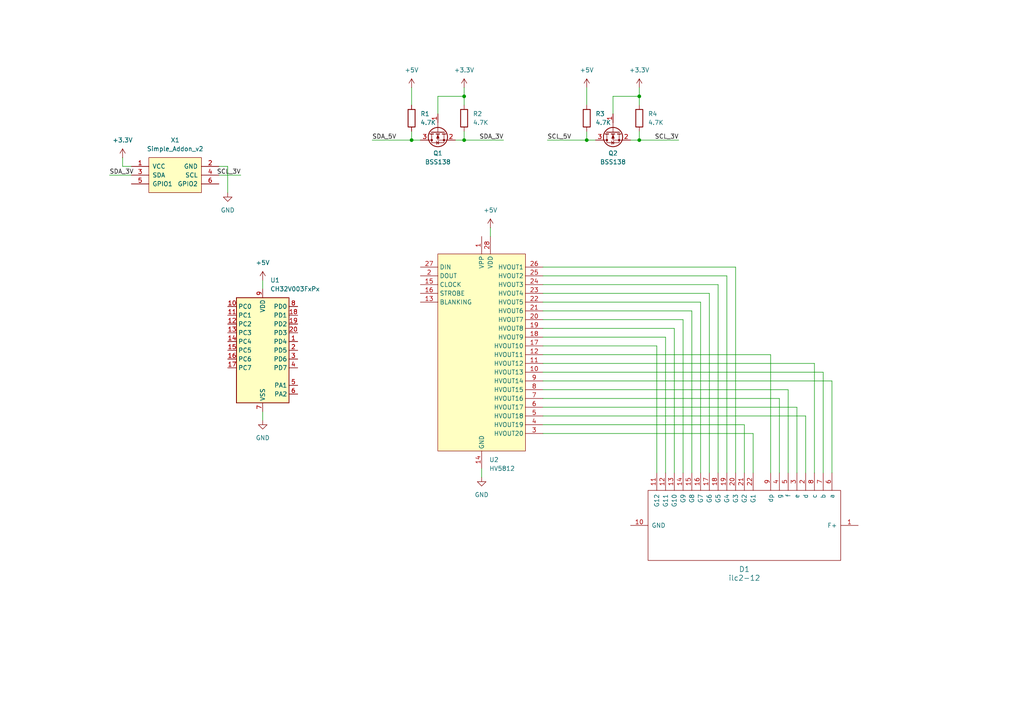
<source format=kicad_sch>
(kicad_sch (version 20231120) (generator "eeschema") (generator_version "8.0")
  (paper "A4")
  (lib_symbols
    (symbol "Device:R" (pin_numbers hide) (pin_names (offset 0))
      (property "Reference" "R" (at 2.032 0 90))
      (property "Value" "R" (at 0 0 90))
      (symbol "R_0_1"
        (rectangle (start -1.016 -2.54) (end 1.016 2.54) (stroke (width 0.254)))
      )
      (symbol "R_1_1"
        (pin passive line (at 0 3.81 270) (length 1.27) (name "~") (number "1"))
        (pin passive line (at 0 -3.81 90) (length 1.27) (name "~") (number "2"))
      )
    )
    (symbol "MCU_WCH_CH32V0:CH32V003FxPx"
      (property "Reference" "U" (at -7.62 17.78 0))
      (property "Value" "CH32V003FxPx" (at 7.62 17.78 0))
      (symbol "CH32V003FxPx_1_1"
        (rectangle (start -7.62 15.24) (end 7.62 -15.24) (stroke (width 0.254)) (fill (type background)))
        (pin bidirectional line (at 10.16 2.54 180) (length 2.54) (name "PD4") (number "1"))
        (pin bidirectional line (at -10.16 12.7 0) (length 2.54) (name "PC0") (number "10"))
        (pin bidirectional line (at -10.16 10.16 0) (length 2.54) (name "PC1") (number "11"))
        (pin bidirectional line (at -10.16 7.62 0) (length 2.54) (name "PC2") (number "12"))
        (pin bidirectional line (at -10.16 5.08 0) (length 2.54) (name "PC3") (number "13"))
        (pin bidirectional line (at -10.16 2.54 0) (length 2.54) (name "PC4") (number "14"))
        (pin bidirectional line (at -10.16 0 0) (length 2.54) (name "PC5") (number "15"))
        (pin bidirectional line (at -10.16 -2.54 0) (length 2.54) (name "PC6") (number "16"))
        (pin bidirectional line (at -10.16 -5.08 0) (length 2.54) (name "PC7") (number "17"))
        (pin bidirectional line (at 10.16 10.16 180) (length 2.54) (name "PD1") (number "18"))
        (pin bidirectional line (at 10.16 7.62 180) (length 2.54) (name "PD2") (number "19"))
        (pin bidirectional line (at 10.16 0 180) (length 2.54) (name "PD5") (number "2"))
        (pin bidirectional line (at 10.16 5.08 180) (length 2.54) (name "PD3") (number "20"))
        (pin bidirectional line (at 10.16 -2.54 180) (length 2.54) (name "PD6") (number "3"))
        (pin bidirectional line (at 10.16 -5.08 180) (length 2.54) (name "PD7") (number "4"))
        (pin bidirectional line (at 10.16 -10.16 180) (length 2.54) (name "PA1") (number "5"))
        (pin bidirectional line (at 10.16 -12.7 180) (length 2.54) (name "PA2") (number "6"))
        (pin power_in line (at 0 -17.78 90) (length 2.54) (name "VSS") (number "7"))
        (pin bidirectional line (at 10.16 12.7 180) (length 2.54) (name "PD0") (number "8"))
        (pin power_in line (at 0 17.78 270) (length 2.54) (name "VDD") (number "9"))
      )
    )
    (symbol "Simple_Addon_v2:Simple_Addon_v2" (pin_names (offset 1.016))
      (property "Reference" "X" (at 0 0 0))
      (property "Value" "Simple_Addon_v2" (at 0.254 0 0))
      (symbol "Simple_Addon_v2_1_1"
        (rectangle (start -7.62 5.08) (end 7.62 -5.08) (fill (type background)))
        (pin input line (at -12.7 2.54 0) (length 5.08) (name "VCC") (number "1"))
        (pin input line (at 12.7 2.54 180) (length 5.08) (name "GND") (number "2"))
        (pin input line (at -12.7 0 0) (length 5.08) (name "SDA") (number "3"))
        (pin input line (at 12.7 0 180) (length 5.08) (name "SCL") (number "4"))
        (pin input line (at -12.7 -2.54 0) (length 5.08) (name "GPIO1") (number "5"))
        (pin input line (at 12.7 -2.54 180) (length 5.08) (name "GPIO2") (number "6"))
      )
    )
    (symbol "Transistor_FET:BSS138" (pin_names hide)
      (property "Reference" "Q" (at 5.08 1.905 0))
      (property "Value" "BSS138" (at 5.08 0 0))
      (symbol "BSS138_0_1"
        (polyline (pts (xy 0.254 0) (xy -2.54 0)))
        (polyline (pts (xy 0.254 1.905) (xy 0.254 -1.905)) (stroke (width 0.254)))
        (polyline (pts (xy 0.762 -1.27) (xy 0.762 -2.286)) (stroke (width 0.254)))
        (polyline (pts (xy 0.762 0.508) (xy 0.762 -0.508)) (stroke (width 0.254)))
        (polyline (pts (xy 0.762 2.286) (xy 0.762 1.27)) (stroke (width 0.254)))
        (polyline (pts (xy 2.54 2.54) (xy 2.54 1.778)))
        (polyline (pts (xy 2.54 -2.54) (xy 2.54 0) (xy 0.762 0)))
        (polyline (pts (xy 0.762 -1.778) (xy 3.302 -1.778) (xy 3.302 1.778) (xy 0.762 1.778)))
        (polyline (pts (xy 1.016 0) (xy 2.032 0.381) (xy 2.032 -0.381) (xy 1.016 0)) (fill (type outline)))
        (polyline (pts (xy 2.794 0.508) (xy 2.921 0.381) (xy 3.683 0.381) (xy 3.81 0.254)))
        (polyline (pts (xy 3.302 0.381) (xy 2.921 -0.254) (xy 3.683 -0.254) (xy 3.302 0.381)))
        (circle (center 1.651 0) (radius 2.794) (stroke (width 0.254)))
        (circle (center 2.54 -1.778) (radius 0.254) (fill (type outline)))
        (circle (center 2.54 1.778) (radius 0.254) (fill (type outline)))
      )
      (symbol "BSS138_1_1"
        (pin input line (at -5.08 0 0) (length 2.54) (name "G") (number "1"))
        (pin passive line (at 2.54 -5.08 90) (length 2.54) (name "S") (number "2"))
        (pin passive line (at 2.54 5.08 270) (length 2.54) (name "D") (number "3"))
      )
    )
    (symbol "hv5812:HV5812"
      (property "Reference" "U" (at 0 0 0))
      (property "Value" "HV5812" (at 0 0 0))
      (symbol "HV5812_1_1"
        (rectangle (start -12.7 27.94) (end 12.7 -29.21) (fill (type background)))
        (pin power_in line (at 0 33.02 270) (length 5.08) (name "VPP") (number "1"))
        (pin output line (at 17.78 -6.35 180) (length 5.08) (name "HVOUT13") (number "10"))
        (pin output line (at 17.78 -3.81 180) (length 5.08) (name "HVOUT12") (number "11"))
        (pin output line (at 17.78 -1.27 180) (length 5.08) (name "HVOUT11") (number "12"))
        (pin input line (at -17.78 13.97 0) (length 5.08) (name "BLANKING") (number "13"))
        (pin power_in line (at 0 -34.29 90) (length 5.08) (name "GND") (number "14"))
        (pin input line (at -17.78 19.05 0) (length 5.08) (name "CLOCK") (number "15"))
        (pin input line (at -17.78 16.51 0) (length 5.08) (name "STROBE") (number "16"))
        (pin output line (at 17.78 1.27 180) (length 5.08) (name "HVOUT10") (number "17"))
        (pin output line (at 17.78 3.81 180) (length 5.08) (name "HVOUT9") (number "18"))
        (pin output line (at 17.78 6.35 180) (length 5.08) (name "HVOUT8") (number "19"))
        (pin output line (at -17.78 21.59 0) (length 5.08) (name "DOUT") (number "2"))
        (pin output line (at 17.78 8.89 180) (length 5.08) (name "HVOUT7") (number "20"))
        (pin output line (at 17.78 11.43 180) (length 5.08) (name "HVOUT6") (number "21"))
        (pin output line (at 17.78 13.97 180) (length 5.08) (name "HVOUT5") (number "22"))
        (pin output line (at 17.78 16.51 180) (length 5.08) (name "HVOUT4") (number "23"))
        (pin output line (at 17.78 19.05 180) (length 5.08) (name "HVOUT3") (number "24"))
        (pin output line (at 17.78 21.59 180) (length 5.08) (name "HVOUT2") (number "25"))
        (pin output line (at 17.78 24.13 180) (length 5.08) (name "HVOUT1") (number "26"))
        (pin input line (at -17.78 24.13 0) (length 5.08) (name "DIN") (number "27"))
        (pin power_in line (at 2.54 33.02 270) (length 5.08) (name "VDD") (number "28"))
        (pin output line (at 17.78 -24.13 180) (length 5.08) (name "HVOUT20") (number "3"))
        (pin output line (at 17.78 -21.59 180) (length 5.08) (name "HVOUT19") (number "4"))
        (pin output line (at 17.78 -19.05 180) (length 5.08) (name "HVOUT18") (number "5"))
        (pin output line (at 17.78 -16.51 180) (length 5.08) (name "HVOUT17") (number "6"))
        (pin output line (at 17.78 -13.97 180) (length 5.08) (name "HVOUT16") (number "7"))
        (pin output line (at 17.78 -11.43 180) (length 5.08) (name "HVOUT15") (number "8"))
        (pin output line (at 17.78 -8.89 180) (length 5.08) (name "HVOUT14") (number "9"))
      )
    )
    (symbol "ilc2-12:ilc2-12" (pin_names (offset 1.016))
      (property "Reference" "D" (at 0 2.54 0))
      (property "Value" "ilc2-12" (at 0 -2.54 0))
      (symbol "ilc2-12_0_1"
        (rectangle (start -10.16 27.94) (end 10.16 -27.94))
      )
      (symbol "ilc2-12_1_1"
        (pin power_in line (at 0 33.02 270) (length 5.08) (name "F+") (number "1"))
        (pin power_in line (at 0 -33.02 90) (length 5.08) (name "GND") (number "10"))
        (pin power_in line (at -15.24 -25.4 0) (length 5.08) (name "G12") (number "11"))
        (pin power_in line (at -15.24 -22.86 0) (length 5.08) (name "G11") (number "12"))
        (pin power_in line (at -15.24 -20.32 0) (length 5.08) (name "G10") (number "13"))
        (pin power_in line (at -15.24 -17.78 0) (length 5.08) (name "G9") (number "14"))
        (pin power_in line (at -15.24 -15.24 0) (length 5.08) (name "G8") (number "15"))
        (pin power_in line (at -15.24 -12.7 0) (length 5.08) (name "G7") (number "16"))
        (pin power_in line (at -15.24 -10.16 0) (length 5.08) (name "G6") (number "17"))
        (pin power_in line (at -15.24 -7.62 0) (length 5.08) (name "G5") (number "18"))
        (pin power_in line (at -15.24 -5.08 0) (length 5.08) (name "G4") (number "19"))
        (pin input line (at -15.24 17.78 0) (length 5.08) (name "d") (number "2"))
        (pin power_in line (at -15.24 -2.54 0) (length 5.08) (name "G3") (number "20"))
        (pin power_in line (at -15.24 0 0) (length 5.08) (name "G2") (number "21"))
        (pin power_in line (at -15.24 2.54 0) (length 5.08) (name "G1") (number "22"))
        (pin input line (at -15.24 15.24 0) (length 5.08) (name "e") (number "3"))
        (pin input line (at -15.24 10.16 0) (length 5.08) (name "g") (number "4"))
        (pin input line (at -15.24 12.7 0) (length 5.08) (name "f") (number "5"))
        (pin input line (at -15.24 25.4 0) (length 5.08) (name "a") (number "6"))
        (pin input line (at -15.24 22.86 0) (length 5.08) (name "b") (number "7"))
        (pin input line (at -15.24 20.32 0) (length 5.08) (name "c") (number "8"))
        (pin input line (at -15.24 7.62 0) (length 5.08) (name "dp") (number "9"))
      )
    )
    (symbol "power:+3.3V" (power) (pin_numbers hide) (pin_names (offset 0) hide)
      (property "Value" "+3.3V" (at 0 3.556 0))
      (symbol "+3.3V_0_1"
        (polyline (pts (xy -0.762 1.27) (xy 0 2.54)))
        (polyline (pts (xy 0 0) (xy 0 2.54)))
        (polyline (pts (xy 0 2.54) (xy 0.762 1.27)))
      )
      (symbol "+3.3V_1_1"
        (pin power_in line (at 0 0 90) (length 0) (name "~") (number "1"))
      )
    )
    (symbol "power:+5V" (power) (pin_numbers hide) (pin_names (offset 0) hide)
      (property "Value" "+5V" (at 0 3.556 0))
      (symbol "+5V_0_1"
        (polyline (pts (xy -0.762 1.27) (xy 0 2.54)))
        (polyline (pts (xy 0 0) (xy 0 2.54)))
        (polyline (pts (xy 0 2.54) (xy 0.762 1.27)))
      )
      (symbol "+5V_1_1"
        (pin power_in line (at 0 0 90) (length 0) (name "~") (number "1"))
      )
    )
    (symbol "power:GND" (power) (pin_numbers hide) (pin_names (offset 0) hide)
      (property "Value" "GND" (at 0 -3.81 0))
      (symbol "GND_0_1"
        (polyline (pts (xy 0 0) (xy 0 -1.27) (xy 1.27 -1.27) (xy 0 -2.54) (xy -1.27 -1.27) (xy 0 -1.27)))
      )
      (symbol "GND_1_1"
        (pin power_in line (at 0 0 270) (length 0) (name "~") (number "1"))
      )
    )
  )
  (junction (at 185.42 27.94))
  (junction (at 185.42 40.64))
  (junction (at 119.38 40.64))
  (junction (at 170.18 40.64))
  (junction (at 134.62 40.64))
  (junction (at 134.62 27.94))
  (wire (pts (xy 134.62 38.1) (xy 134.62 40.64)))
  (wire (pts (xy 205.74 85.09) (xy 205.74 137.16)))
  (wire (pts (xy 185.42 27.94) (xy 185.42 30.48)))
  (wire (pts (xy 127 27.94) (xy 134.62 27.94)))
  (wire (pts (xy 218.44 125.73) (xy 218.44 137.16)))
  (wire (pts (xy 157.48 113.03) (xy 228.6 113.03)))
  (wire (pts (xy 233.68 120.65) (xy 233.68 137.16)))
  (wire (pts (xy 127 33.02) (xy 127 27.94)))
  (wire (pts (xy 66.04 55.88) (xy 66.04 48.26)))
  (wire (pts (xy 228.6 113.03) (xy 228.6 137.16)))
  (wire (pts (xy 157.48 105.41) (xy 236.22 105.41)))
  (wire (pts (xy 157.48 87.63) (xy 203.2 87.63)))
  (wire (pts (xy 213.36 77.47) (xy 213.36 137.16)))
  (wire (pts (xy 241.3 110.49) (xy 157.48 110.49)))
  (wire (pts (xy 119.38 25.4) (xy 119.38 30.48)))
  (wire (pts (xy 157.48 102.87) (xy 223.52 102.87)))
  (wire (pts (xy 107.95 40.64) (xy 119.38 40.64)))
  (wire (pts (xy 142.24 66.04) (xy 142.24 68.58)))
  (wire (pts (xy 236.22 105.41) (xy 236.22 137.16)))
  (wire (pts (xy 119.38 40.64) (xy 121.92 40.64)))
  (wire (pts (xy 157.48 80.01) (xy 210.82 80.01)))
  (wire (pts (xy 170.18 40.64) (xy 172.72 40.64)))
  (wire (pts (xy 63.5 50.8) (xy 69.85 50.8)))
  (wire (pts (xy 210.82 80.01) (xy 210.82 137.16)))
  (wire (pts (xy 185.42 40.64) (xy 196.85 40.64)))
  (wire (pts (xy 157.48 97.79) (xy 193.04 97.79)))
  (wire (pts (xy 170.18 38.1) (xy 170.18 40.64)))
  (wire (pts (xy 76.2 81.28) (xy 76.2 83.82)))
  (wire (pts (xy 157.48 100.33) (xy 190.5 100.33)))
  (wire (pts (xy 157.48 123.19) (xy 215.9 123.19)))
  (wire (pts (xy 157.48 92.71) (xy 198.12 92.71)))
  (wire (pts (xy 157.48 77.47) (xy 213.36 77.47)))
  (wire (pts (xy 203.2 87.63) (xy 203.2 137.16)))
  (wire (pts (xy 157.48 85.09) (xy 205.74 85.09)))
  (wire (pts (xy 198.12 92.71) (xy 198.12 137.16)))
  (wire (pts (xy 185.42 25.4) (xy 185.42 27.94)))
  (wire (pts (xy 193.04 97.79) (xy 193.04 137.16)))
  (wire (pts (xy 223.52 102.87) (xy 223.52 137.16)))
  (wire (pts (xy 157.48 125.73) (xy 218.44 125.73)))
  (wire (pts (xy 238.76 107.95) (xy 238.76 137.16)))
  (wire (pts (xy 195.58 95.25) (xy 195.58 137.16)))
  (wire (pts (xy 231.14 118.11) (xy 231.14 137.16)))
  (wire (pts (xy 157.48 118.11) (xy 231.14 118.11)))
  (wire (pts (xy 31.75 50.8) (xy 38.1 50.8)))
  (wire (pts (xy 157.48 120.65) (xy 233.68 120.65)))
  (wire (pts (xy 208.28 82.55) (xy 208.28 137.16)))
  (wire (pts (xy 35.56 45.72) (xy 35.56 48.26)))
  (wire (pts (xy 157.48 82.55) (xy 208.28 82.55)))
  (wire (pts (xy 182.88 40.64) (xy 185.42 40.64)))
  (wire (pts (xy 157.48 90.17) (xy 200.66 90.17)))
  (wire (pts (xy 139.7 135.89) (xy 139.7 138.43)))
  (wire (pts (xy 226.06 137.16) (xy 226.06 115.57)))
  (wire (pts (xy 200.66 90.17) (xy 200.66 137.16)))
  (wire (pts (xy 185.42 38.1) (xy 185.42 40.64)))
  (wire (pts (xy 215.9 123.19) (xy 215.9 137.16)))
  (wire (pts (xy 134.62 27.94) (xy 134.62 30.48)))
  (wire (pts (xy 157.48 95.25) (xy 195.58 95.25)))
  (wire (pts (xy 119.38 38.1) (xy 119.38 40.64)))
  (wire (pts (xy 134.62 25.4) (xy 134.62 27.94)))
  (wire (pts (xy 177.8 33.02) (xy 177.8 27.94)))
  (wire (pts (xy 66.04 48.26) (xy 63.5 48.26)))
  (wire (pts (xy 157.48 107.95) (xy 238.76 107.95)))
  (wire (pts (xy 134.62 40.64) (xy 146.05 40.64)))
  (wire (pts (xy 190.5 100.33) (xy 190.5 137.16)))
  (wire (pts (xy 241.3 137.16) (xy 241.3 110.49)))
  (wire (pts (xy 132.08 40.64) (xy 134.62 40.64)))
  (wire (pts (xy 226.06 115.57) (xy 157.48 115.57)))
  (wire (pts (xy 177.8 27.94) (xy 185.42 27.94)))
  (wire (pts (xy 158.75 40.64) (xy 170.18 40.64)))
  (wire (pts (xy 170.18 25.4) (xy 170.18 30.48)))
  (wire (pts (xy 76.2 119.38) (xy 76.2 121.92)))
  (wire (pts (xy 35.56 48.26) (xy 38.1 48.26)))
  (label "SDA_3V" (at 146.05 40.64 180))
  (label "SDA_5V" (at 107.95 40.64 0))
  (label "SCL_3V" (at 69.85 50.8 180))
  (label "SCL_3V" (at 196.85 40.64 180))
  (label "SDA_3V" (at 31.75 50.8 0))
  (label "SCL_5V" (at 158.75 40.64 0))
  (symbol (lib_id "Transistor_FET:BSS138") (at 177.8 38.1 90) (mirror x) (unit 1)
    (property "Reference" "Q2" (at 177.8 44.45 90))
    (property "Value" "BSS138" (at 177.8 46.99 90))
    (property "Footprint" "Package_TO_SOT_SMD:SOT-23" (effects (hide yes)))
    (property "Datasheet" "https://www.onsemi.com/pub/Collateral/BSS138-D.PDF" (effects (hide yes)))
    (property "Description" "50V Vds, 0.22A Id, N-Channel MOSFET, SOT-23" (effects (hide yes)))
  )
  (symbol (lib_id "power:GND") (at 76.2 121.92 0) (unit 1)
    (property "Reference" "#PWR09" (effects (hide yes)))
    (property "Value" "GND" (at 76.2 127 0))
    (property "Description" "Power symbol creates a global label with name \"GND\" , ground" (effects (hide yes)))
  )
  (symbol (lib_id "Device:R") (at 119.38 34.29 0) (unit 1)
    (property "Reference" "R1" (at 121.92 33.0199 0) (effects (justify left)))
    (property "Value" "4.7K" (at 121.92 35.5599 0) (effects (justify left)))
    (property "Description" "Resistor" (effects (hide yes)))
  )
  (symbol (lib_id "power:GND") (at 66.04 55.88 0) (unit 1)
    (property "Reference" "#PWR08" (effects (hide yes)))
    (property "Value" "GND" (at 66.04 60.96 0))
    (property "Description" "Power symbol creates a global label with name \"GND\" , ground" (effects (hide yes)))
  )
  (symbol (lib_id "power:+5V") (at 76.2 81.28 0) (unit 1)
    (property "Reference" "#PWR01" (effects (hide yes)))
    (property "Value" "+5V" (at 76.2 76.2 0))
    (property "Description" "Power symbol creates a global label with name \"+5V\"" (effects (hide yes)))
  )
  (symbol (lib_id "ilc2-12:ilc2-12") (at 215.9 152.4 270) (unit 1)
    (property "Reference" "D1" (at 215.9 165.1 90) (effects (font (size 1.524 1.524))))
    (property "Value" "ilc2-12" (at 215.9 167.64 90) (effects (font (size 1.524 1.524))))
    (property "Footprint" "ilc2-12:ilc2-12" (effects (hide yes)))
  )
  (symbol (lib_id "Device:R") (at 134.62 34.29 0) (unit 1)
    (property "Reference" "R2" (at 137.16 33.0199 0) (effects (justify left)))
    (property "Value" "4.7K" (at 137.16 35.5599 0) (effects (justify left)))
    (property "Description" "Resistor" (effects (hide yes)))
  )
  (symbol (lib_id "hv5812:HV5812") (at 139.7 101.6 0) (unit 1)
    (property "Reference" "U2" (at 141.8941 133.35 0) (effects (justify left)))
    (property "Value" "HV5812" (at 141.8941 135.89 0) (effects (justify left)))
    (property "Footprint" "Package_SO:SOIC-28W_7.5x17.9mm_P1.27mm" (effects (hide yes)))
  )
  (symbol (lib_id "Device:R") (at 185.42 34.29 0) (unit 1)
    (property "Reference" "R4" (at 187.96 33.0199 0) (effects (justify left)))
    (property "Value" "4.7K" (at 187.96 35.5599 0) (effects (justify left)))
    (property "Description" "Resistor" (effects (hide yes)))
  )
  (symbol (lib_id "power:GND") (at 139.7 138.43 0) (unit 1)
    (property "Reference" "#PWR010" (effects (hide yes)))
    (property "Value" "GND" (at 139.7 143.51 0))
    (property "Description" "Power symbol creates a global label with name \"GND\" , ground" (effects (hide yes)))
  )
  (symbol (lib_id "power:+3.3V") (at 134.62 25.4 0) (unit 1)
    (property "Reference" "#PWR04" (effects (hide yes)))
    (property "Value" "+3.3V" (at 134.62 20.32 0))
    (property "Description" "Power symbol creates a global label with name \"+3.3V\"" (effects (hide yes)))
  )
  (symbol (lib_id "power:+5V") (at 142.24 66.04 0) (unit 1)
    (property "Reference" "#PWR02" (effects (hide yes)))
    (property "Value" "+5V" (at 142.24 60.96 0))
    (property "Description" "Power symbol creates a global label with name \"+5V\"" (effects (hide yes)))
  )
  (symbol (lib_id "power:+3.3V") (at 35.56 45.72 0) (unit 1)
    (property "Reference" "#PWR07" (effects (hide yes)))
    (property "Value" "+3.3V" (at 35.56 40.64 0))
    (property "Description" "Power symbol creates a global label with name \"+3.3V\"" (effects (hide yes)))
  )
  (symbol (lib_id "MCU_WCH_CH32V0:CH32V003FxPx") (at 76.2 101.6 0) (unit 1)
    (property "Reference" "U1" (at 78.3941 81.28 0) (effects (justify left)))
    (property "Value" "CH32V003FxPx" (at 78.3941 83.82 0) (effects (justify left)))
    (property "Footprint" "Package_SO:TSSOP-20_4.4x6.5mm_P0.65mm" (effects (hide yes)))
    (property "Datasheet" "https://www.wch-ic.com/products/CH32V003.html" (effects (hide yes)))
    (property "Description" "CH32V003 series are industrial-grade general-purpose microcontrollers designed based on 32-bit RISC-V instruction set and architecture. It adopts QingKe V2A core, RV32EC instruction set, and supports 2 levels of interrupt nesting. The series are mounted with rich peripheral interfaces and function modules. Its internal organizational structure meets the low-cost and low-power embedded application scenarios." (effects (hide yes)))
  )
  (symbol (lib_id "power:+5V") (at 119.38 25.4 0) (unit 1)
    (property "Reference" "#PWR03" (effects (hide yes)))
    (property "Value" "+5V" (at 119.38 20.32 0))
    (property "Description" "Power symbol creates a global label with name \"+5V\"" (effects (hide yes)))
  )
  (symbol (lib_id "Simple_Addon_v2:Simple_Addon_v2") (at 50.8 50.8 0) (unit 1)
    (property "Reference" "X1" (at 50.8 40.64 0))
    (property "Value" "Simple_Addon_v2" (at 50.8 43.18 0))
    (property "Footprint" "Simple_Addon_v2:Simple_Addon_v2-SAO-2x3-SMD" (effects (hide yes)))
  )
  (symbol (lib_id "Transistor_FET:BSS138") (at 127 38.1 90) (mirror x) (unit 1)
    (property "Reference" "Q1" (at 127 44.45 90))
    (property "Value" "BSS138" (at 127 46.99 90))
    (property "Footprint" "Package_TO_SOT_SMD:SOT-23" (effects (hide yes)))
    (property "Datasheet" "https://www.onsemi.com/pub/Collateral/BSS138-D.PDF" (effects (hide yes)))
    (property "Description" "50V Vds, 0.22A Id, N-Channel MOSFET, SOT-23" (effects (hide yes)))
  )
  (symbol (lib_id "Device:R") (at 170.18 34.29 0) (unit 1)
    (property "Reference" "R3" (at 172.72 33.0199 0) (effects (justify left)))
    (property "Value" "4.7K" (at 172.72 35.5599 0) (effects (justify left)))
    (property "Description" "Resistor" (effects (hide yes)))
  )
  (symbol (lib_id "power:+5V") (at 170.18 25.4 0) (unit 1)
    (property "Reference" "#PWR05" (effects (hide yes)))
    (property "Value" "+5V" (at 170.18 20.32 0))
    (property "Description" "Power symbol creates a global label with name \"+5V\"" (effects (hide yes)))
  )
  (symbol (lib_id "power:+3.3V") (at 185.42 25.4 0) (unit 1)
    (property "Reference" "#PWR06" (effects (hide yes)))
    (property "Value" "+3.3V" (at 185.42 20.32 0))
    (property "Description" "Power symbol creates a global label with name \"+3.3V\"" (effects (hide yes)))
  )
)
</source>
